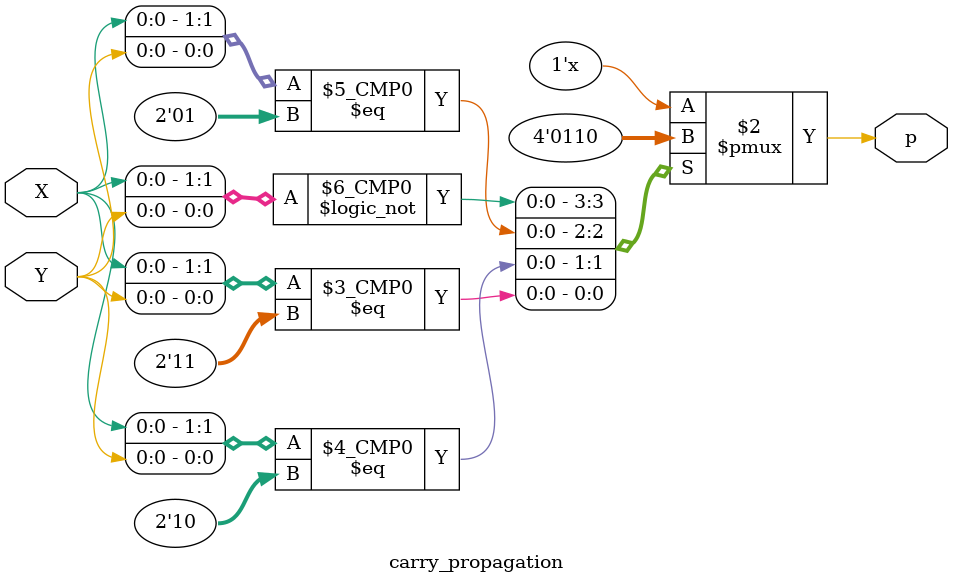
<source format=v>
`timescale 1ns / 1ps


module carry_propagation
( X, Y,  p);

     input X ; 
    input Y;
     output reg  p;
    
    always @ (*)
    begin
    case({X, Y})
    2'b00: p = 1'b0;
    2'b01 : p =1'b1 ;
    2'b10 : p = 1'b1;
    2'b11 : p = 1'b0;
    
    endcase
    end
endmodule


</source>
